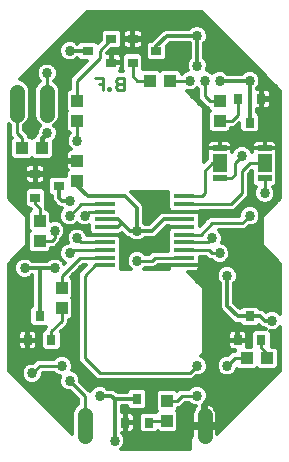
<source format=gbl>
G75*
G70*
%OFA0B0*%
%FSLAX24Y24*%
%IPPOS*%
%LPD*%
%AMOC8*
5,1,8,0,0,1.08239X$1,22.5*
%
%ADD10R,0.0315X0.0354*%
%ADD11R,0.0354X0.0315*%
%ADD12R,0.0709X0.0150*%
%ADD13R,0.0500X0.0600*%
%ADD14R,0.0500X0.0200*%
%ADD15R,0.0394X0.0433*%
%ADD16C,0.0090*%
%ADD17R,0.0433X0.0394*%
%ADD18C,0.0500*%
%ADD19C,0.0120*%
%ADD20C,0.0340*%
%ADD21C,0.0100*%
%ADD22C,0.0160*%
D10*
X012937Y005779D03*
X013725Y005779D03*
X013331Y006567D03*
X010475Y008529D03*
X009687Y008529D03*
X010081Y009317D03*
X016687Y008529D03*
X017475Y008529D03*
X017081Y009317D03*
X017081Y015779D03*
X017475Y016567D03*
X016687Y016567D03*
D11*
X013187Y017779D03*
X012475Y017779D03*
X011687Y018173D03*
X012475Y018567D03*
X013187Y018567D03*
X013975Y018173D03*
X009937Y014067D03*
X010725Y013673D03*
X009937Y013279D03*
D12*
X012262Y013324D03*
X012262Y013069D03*
X012262Y012813D03*
X012262Y012557D03*
X012262Y012301D03*
X012262Y012045D03*
X012262Y011789D03*
X012262Y011533D03*
X012262Y011277D03*
X012262Y011021D03*
X014900Y011021D03*
X014900Y011277D03*
X014900Y011533D03*
X014900Y011789D03*
X014900Y012045D03*
X014900Y012301D03*
X014900Y012557D03*
X014900Y012813D03*
X014900Y013069D03*
X014900Y013324D03*
D13*
X016081Y014423D03*
X017581Y014423D03*
D14*
X017581Y014923D03*
X016081Y014923D03*
X016081Y013923D03*
X017581Y013923D03*
D15*
X016081Y015838D03*
X016081Y016507D03*
X011331Y016507D03*
X011331Y015838D03*
X011331Y014507D03*
X011331Y013838D03*
X010081Y012507D03*
X010081Y011838D03*
X010831Y010257D03*
X010831Y009588D03*
X014331Y006507D03*
X014331Y005838D03*
D16*
X012886Y016868D02*
X012681Y016868D01*
X012613Y016936D01*
X012613Y017005D01*
X012681Y017073D01*
X012886Y017073D01*
X012681Y017073D02*
X012613Y017141D01*
X012613Y017210D01*
X012681Y017278D01*
X012886Y017278D01*
X012886Y016868D01*
X012426Y016868D02*
X012358Y016868D01*
X012358Y016936D01*
X012426Y016936D01*
X012426Y016868D01*
X012196Y016868D02*
X012196Y017278D01*
X011922Y017278D01*
X012059Y017073D02*
X012196Y017073D01*
D17*
X013746Y017173D03*
X014416Y017173D03*
X010166Y014923D03*
X009496Y014923D03*
X016996Y007923D03*
X017666Y007923D03*
D18*
X015581Y006023D02*
X015581Y005323D01*
X011581Y005323D02*
X011581Y006023D01*
X010331Y016048D02*
X010331Y016798D01*
X009331Y016798D02*
X009331Y016048D01*
D19*
X012878Y004975D02*
X012796Y004893D01*
X015111Y004893D01*
X015111Y005264D01*
X015171Y005324D01*
X015171Y005613D01*
X015521Y005613D01*
X015521Y005733D01*
X015521Y006373D01*
X015529Y006376D01*
X015628Y006475D01*
X015681Y006603D01*
X015681Y006742D01*
X015628Y006871D01*
X015529Y006970D01*
X015401Y007023D01*
X015261Y007023D01*
X015133Y006970D01*
X015066Y006903D01*
X014736Y006903D01*
X014670Y006837D01*
X014602Y006904D01*
X014060Y006904D01*
X013954Y006799D01*
X013954Y006216D01*
X013998Y006173D01*
X013959Y006134D01*
X013957Y006136D01*
X013493Y006136D01*
X013387Y006031D01*
X013387Y005527D01*
X013493Y005422D01*
X013957Y005422D01*
X014018Y005483D01*
X014060Y005442D01*
X014602Y005442D01*
X014708Y005547D01*
X014708Y006129D01*
X014664Y006173D01*
X014708Y006216D01*
X014708Y006277D01*
X014761Y006277D01*
X014926Y006443D01*
X015066Y006443D01*
X015133Y006376D01*
X015261Y006323D01*
X015301Y006323D01*
X015268Y006290D01*
X015230Y006238D01*
X015201Y006180D01*
X015181Y006119D01*
X015171Y006055D01*
X015171Y005733D01*
X015521Y005733D01*
X015641Y005733D01*
X015641Y006428D01*
X015677Y006423D01*
X015738Y006403D01*
X015796Y006373D01*
X015848Y006336D01*
X015894Y006290D01*
X015932Y006238D01*
X015961Y006180D01*
X015981Y006119D01*
X015991Y006055D01*
X015991Y005733D01*
X015641Y005733D01*
X015641Y005613D01*
X015991Y005613D01*
X015991Y005394D01*
X018111Y007514D01*
X018111Y008958D01*
X018029Y008876D01*
X017901Y008823D01*
X017770Y008823D01*
X017812Y008781D01*
X017812Y008300D01*
X017957Y008300D01*
X018062Y008194D01*
X018062Y007651D01*
X017957Y007546D01*
X017375Y007546D01*
X017331Y007590D01*
X017287Y007546D01*
X016705Y007546D01*
X016671Y007580D01*
X016628Y007475D01*
X016529Y007376D01*
X016401Y007323D01*
X016261Y007323D01*
X016133Y007376D01*
X016034Y007475D01*
X015981Y007603D01*
X015981Y007742D01*
X016034Y007871D01*
X016133Y007970D01*
X016261Y008023D01*
X016356Y008023D01*
X016486Y008153D01*
X016600Y008153D01*
X016600Y008192D01*
X016509Y008192D01*
X016468Y008203D01*
X016432Y008224D01*
X016402Y008254D01*
X016381Y008290D01*
X016370Y008331D01*
X016370Y008510D01*
X016669Y008510D01*
X016669Y008548D01*
X016669Y008866D01*
X016509Y008866D01*
X016468Y008855D01*
X016432Y008834D01*
X016402Y008805D01*
X016381Y008768D01*
X016370Y008727D01*
X016370Y008548D01*
X016669Y008548D01*
X016706Y008548D01*
X016706Y008866D01*
X016866Y008866D01*
X016907Y008855D01*
X016943Y008834D01*
X016973Y008805D01*
X016994Y008768D01*
X017005Y008727D01*
X017005Y008548D01*
X016706Y008548D01*
X016706Y008510D01*
X017005Y008510D01*
X017005Y008331D01*
X016996Y008300D01*
X017137Y008300D01*
X017137Y008781D01*
X017243Y008886D01*
X017623Y008886D01*
X017576Y008933D01*
X017533Y008933D01*
X017445Y008969D01*
X017384Y009030D01*
X017313Y008959D01*
X016849Y008959D01*
X016743Y009065D01*
X016743Y009077D01*
X016640Y009077D01*
X016551Y009113D01*
X016484Y009181D01*
X016128Y009537D01*
X016091Y009625D01*
X016091Y010418D01*
X016034Y010475D01*
X015981Y010603D01*
X015981Y010742D01*
X016034Y010871D01*
X016133Y010970D01*
X016261Y011023D01*
X016401Y011023D01*
X016529Y010970D01*
X016628Y010871D01*
X016681Y010742D01*
X016681Y010603D01*
X016628Y010475D01*
X016571Y010418D01*
X016571Y009772D01*
X016759Y009584D01*
X016849Y009674D01*
X017313Y009674D01*
X017418Y009568D01*
X017418Y009557D01*
X017485Y009557D01*
X017573Y009520D01*
X017628Y009465D01*
X017633Y009470D01*
X017761Y009523D01*
X017901Y009523D01*
X018029Y009470D01*
X018111Y009388D01*
X018111Y011082D01*
X017620Y011573D01*
X017491Y011702D01*
X017491Y012644D01*
X018111Y013264D01*
X018111Y016832D01*
X015490Y019453D01*
X011672Y019453D01*
X009438Y017219D01*
X009575Y017162D01*
X009696Y017041D01*
X009761Y016883D01*
X009761Y015962D01*
X009696Y015804D01*
X009575Y015683D01*
X009561Y015678D01*
X009561Y015518D01*
X009726Y015353D01*
X009726Y015300D01*
X009787Y015300D01*
X009831Y015256D01*
X009875Y015300D01*
X009906Y015300D01*
X009906Y015309D01*
X009945Y015405D01*
X009981Y015441D01*
X009981Y015492D01*
X010034Y015621D01*
X010094Y015681D01*
X010087Y015683D01*
X009966Y015804D01*
X009901Y015962D01*
X009901Y016883D01*
X009966Y017041D01*
X010087Y017162D01*
X010094Y017165D01*
X010034Y017225D01*
X009981Y017353D01*
X009981Y017492D01*
X010034Y017621D01*
X010133Y017720D01*
X010261Y017773D01*
X010401Y017773D01*
X010529Y017720D01*
X010628Y017621D01*
X010681Y017492D01*
X010681Y017353D01*
X010628Y017225D01*
X010568Y017165D01*
X010575Y017162D01*
X010696Y017041D01*
X010761Y016883D01*
X010761Y015962D01*
X010696Y015804D01*
X010575Y015683D01*
X010568Y015681D01*
X010628Y015621D01*
X010681Y015492D01*
X010681Y015353D01*
X010628Y015225D01*
X010562Y015159D01*
X010562Y014651D01*
X010457Y014546D01*
X009875Y014546D01*
X009831Y014590D01*
X009787Y014546D01*
X009205Y014546D01*
X009100Y014651D01*
X009100Y015194D01*
X009167Y015261D01*
X009101Y015328D01*
X009101Y015678D01*
X009087Y015683D01*
X009051Y015720D01*
X009051Y013264D01*
X009542Y012773D01*
X009671Y012644D01*
X009671Y011702D01*
X009051Y011082D01*
X009051Y007514D01*
X011151Y005414D01*
X011151Y006108D01*
X011216Y006266D01*
X011337Y006387D01*
X011351Y006393D01*
X011351Y006578D01*
X011106Y006823D01*
X011011Y006823D01*
X010883Y006876D01*
X010784Y006975D01*
X010731Y007103D01*
X010731Y007242D01*
X010764Y007323D01*
X010761Y007323D01*
X010633Y007376D01*
X010566Y007443D01*
X010181Y007443D01*
X010181Y007353D01*
X010128Y007225D01*
X010029Y007126D01*
X009901Y007073D01*
X009761Y007073D01*
X009633Y007126D01*
X009534Y007225D01*
X009481Y007353D01*
X009481Y007492D01*
X009534Y007621D01*
X009633Y007720D01*
X009761Y007773D01*
X009856Y007773D01*
X009986Y007903D01*
X010566Y007903D01*
X010633Y007970D01*
X010761Y008023D01*
X010901Y008023D01*
X011029Y007970D01*
X011128Y007871D01*
X011181Y007742D01*
X011181Y007603D01*
X011148Y007523D01*
X011151Y007523D01*
X011279Y007470D01*
X011378Y007371D01*
X011431Y007242D01*
X011431Y007148D01*
X011676Y006903D01*
X011762Y006817D01*
X011784Y006871D01*
X011883Y006970D01*
X012011Y007023D01*
X012151Y007023D01*
X012279Y006970D01*
X012336Y006913D01*
X012522Y006913D01*
X012611Y006876D01*
X012678Y006809D01*
X012680Y006807D01*
X012993Y006807D01*
X012993Y006818D01*
X013099Y006924D01*
X013563Y006924D01*
X013668Y006818D01*
X013668Y006315D01*
X013563Y006209D01*
X013099Y006209D01*
X012993Y006315D01*
X012993Y006327D01*
X012821Y006327D01*
X012821Y006116D01*
X012919Y006116D01*
X012919Y005798D01*
X012956Y005798D01*
X012956Y006116D01*
X013116Y006116D01*
X013157Y006105D01*
X013193Y006084D01*
X013223Y006055D01*
X013244Y006018D01*
X013255Y005977D01*
X013255Y005798D01*
X012956Y005798D01*
X012956Y005760D01*
X012956Y005442D01*
X013116Y005442D01*
X013157Y005453D01*
X013193Y005474D01*
X013223Y005504D01*
X013244Y005540D01*
X013255Y005581D01*
X013255Y005760D01*
X012956Y005760D01*
X012919Y005760D01*
X012919Y005442D01*
X012821Y005442D01*
X012821Y005428D01*
X012878Y005371D01*
X012931Y005242D01*
X012931Y005103D01*
X012878Y004975D01*
X012900Y005028D02*
X015111Y005028D01*
X015111Y004910D02*
X012813Y004910D01*
X012931Y005147D02*
X015111Y005147D01*
X015112Y005265D02*
X012921Y005265D01*
X012865Y005384D02*
X015171Y005384D01*
X015171Y005502D02*
X014663Y005502D01*
X014708Y005621D02*
X015521Y005621D01*
X015521Y005739D02*
X015641Y005739D01*
X015641Y005621D02*
X016218Y005621D01*
X016336Y005739D02*
X015991Y005739D01*
X015991Y005858D02*
X016455Y005858D01*
X016573Y005976D02*
X015991Y005976D01*
X015985Y006095D02*
X016692Y006095D01*
X016810Y006213D02*
X015944Y006213D01*
X015852Y006332D02*
X016929Y006332D01*
X017047Y006450D02*
X015603Y006450D01*
X015641Y006332D02*
X015521Y006332D01*
X015521Y006213D02*
X015641Y006213D01*
X015641Y006095D02*
X015521Y006095D01*
X015521Y005976D02*
X015641Y005976D01*
X015641Y005858D02*
X015521Y005858D01*
X015171Y005858D02*
X014708Y005858D01*
X014708Y005976D02*
X015171Y005976D01*
X015177Y006095D02*
X014708Y006095D01*
X014705Y006213D02*
X015218Y006213D01*
X015240Y006332D02*
X014815Y006332D01*
X013954Y006332D02*
X013668Y006332D01*
X013668Y006450D02*
X013954Y006450D01*
X013954Y006569D02*
X013668Y006569D01*
X013668Y006687D02*
X013954Y006687D01*
X013961Y006806D02*
X013668Y006806D01*
X013331Y006567D02*
X012581Y006567D01*
X012475Y006673D01*
X012081Y006673D01*
X012324Y006924D02*
X015088Y006924D01*
X015176Y007193D02*
X015306Y007323D01*
X015401Y007323D01*
X015529Y007376D01*
X015628Y007475D01*
X015681Y007603D01*
X015681Y007742D01*
X015628Y007871D01*
X015529Y007970D01*
X015465Y007996D01*
X015551Y008082D01*
X015551Y010264D01*
X015422Y010393D01*
X015028Y010786D01*
X015275Y010786D01*
X015316Y010797D01*
X015352Y010818D01*
X015382Y010848D01*
X015403Y010885D01*
X015414Y010925D01*
X015414Y011021D01*
X014900Y011021D01*
X014900Y011021D01*
X015414Y011021D01*
X015414Y011108D01*
X015434Y011128D01*
X015434Y011303D01*
X015625Y011303D01*
X015736Y011193D01*
X015816Y011193D01*
X015883Y011126D01*
X016011Y011073D01*
X016151Y011073D01*
X016279Y011126D01*
X016378Y011225D01*
X016431Y011353D01*
X016431Y011492D01*
X016378Y011621D01*
X016279Y011720D01*
X016151Y011773D01*
X016148Y011773D01*
X016181Y011853D01*
X016181Y011992D01*
X016128Y012121D01*
X016056Y012193D01*
X016926Y012193D01*
X017056Y012323D01*
X017151Y012323D01*
X017279Y012376D01*
X017378Y012475D01*
X017431Y012603D01*
X017431Y012742D01*
X017378Y012871D01*
X017279Y012970D01*
X017151Y013023D01*
X017011Y013023D01*
X016883Y012970D01*
X016784Y012871D01*
X016731Y012742D01*
X016731Y012653D01*
X015736Y012653D01*
X015601Y012518D01*
X015414Y012331D01*
X015414Y012387D01*
X015434Y012407D01*
X015434Y012706D01*
X015414Y012726D01*
X015414Y012813D01*
X015414Y012839D01*
X016572Y012839D01*
X016707Y012973D01*
X017061Y013328D01*
X017061Y014078D01*
X017151Y014168D01*
X017151Y013748D01*
X017256Y013643D01*
X017306Y013643D01*
X017284Y013621D01*
X017231Y013492D01*
X017231Y013353D01*
X017284Y013225D01*
X017383Y013126D01*
X017511Y013073D01*
X017651Y013073D01*
X017779Y013126D01*
X017878Y013225D01*
X017931Y013353D01*
X017931Y013492D01*
X017878Y013621D01*
X017856Y013643D01*
X017906Y013643D01*
X018011Y013748D01*
X018011Y014797D01*
X017991Y014817D01*
X017991Y014923D01*
X017991Y015044D01*
X017980Y015085D01*
X017959Y015121D01*
X017929Y015151D01*
X017893Y015172D01*
X017852Y015183D01*
X017581Y015183D01*
X017581Y014923D01*
X017581Y014923D01*
X017581Y015183D01*
X017310Y015183D01*
X017269Y015172D01*
X017233Y015151D01*
X017203Y015121D01*
X017182Y015085D01*
X017171Y015044D01*
X017171Y014923D01*
X017581Y014923D01*
X017991Y014923D01*
X017581Y014923D01*
X017581Y014923D01*
X017581Y014923D01*
X017171Y014923D01*
X017171Y014817D01*
X017156Y014803D01*
X017128Y014871D01*
X017029Y014970D01*
X016901Y015023D01*
X016761Y015023D01*
X016633Y014970D01*
X016534Y014871D01*
X016506Y014803D01*
X016491Y014817D01*
X016491Y014923D01*
X016491Y015044D01*
X016480Y015085D01*
X016459Y015121D01*
X016429Y015151D01*
X016393Y015172D01*
X016352Y015183D01*
X016081Y015183D01*
X016081Y014923D01*
X016081Y014923D01*
X016081Y015183D01*
X015810Y015183D01*
X015769Y015172D01*
X015733Y015151D01*
X015703Y015121D01*
X015682Y015085D01*
X015671Y015044D01*
X015671Y014923D01*
X016081Y014923D01*
X016491Y014923D01*
X016081Y014923D01*
X016081Y014923D01*
X016081Y014923D01*
X015671Y014923D01*
X015671Y014817D01*
X015651Y014797D01*
X015651Y014568D01*
X015551Y014468D01*
X015551Y016264D01*
X015422Y016393D01*
X014978Y016836D01*
X015011Y016823D01*
X015151Y016823D01*
X015279Y016876D01*
X015331Y016928D01*
X015351Y016908D01*
X015351Y016578D01*
X015486Y016443D01*
X015651Y016277D01*
X015704Y016277D01*
X015704Y016216D01*
X015748Y016173D01*
X015704Y016129D01*
X015704Y015547D01*
X015810Y015442D01*
X016352Y015442D01*
X016458Y015547D01*
X016458Y015608D01*
X016592Y015608D01*
X016743Y015760D01*
X016743Y015527D01*
X016849Y015422D01*
X017313Y015422D01*
X017418Y015527D01*
X017418Y016031D01*
X017321Y016128D01*
X017321Y016229D01*
X017456Y016229D01*
X017456Y016548D01*
X017493Y016548D01*
X017493Y016229D01*
X017653Y016229D01*
X017694Y016240D01*
X017730Y016261D01*
X017760Y016291D01*
X017781Y016328D01*
X017792Y016368D01*
X017792Y016548D01*
X017493Y016548D01*
X017493Y016585D01*
X017456Y016585D01*
X017456Y016904D01*
X017321Y016904D01*
X017321Y016918D01*
X017378Y016975D01*
X017431Y017103D01*
X017431Y017242D01*
X017378Y017371D01*
X017279Y017470D01*
X017151Y017523D01*
X017011Y017523D01*
X016883Y017470D01*
X016826Y017413D01*
X016336Y017413D01*
X016279Y017470D01*
X016151Y017523D01*
X016011Y017523D01*
X015883Y017470D01*
X015831Y017418D01*
X015779Y017470D01*
X015651Y017523D01*
X015648Y017523D01*
X015681Y017603D01*
X015681Y017742D01*
X015628Y017871D01*
X015571Y017928D01*
X015571Y018418D01*
X015628Y018475D01*
X015681Y018603D01*
X015681Y018742D01*
X015628Y018871D01*
X015529Y018970D01*
X015401Y019023D01*
X015261Y019023D01*
X015133Y018970D01*
X015076Y018913D01*
X014283Y018913D01*
X014195Y018876D01*
X014128Y018809D01*
X013829Y018510D01*
X013723Y018510D01*
X013618Y018405D01*
X013618Y017941D01*
X013723Y017835D01*
X014226Y017835D01*
X014332Y017941D01*
X014332Y018334D01*
X014430Y018433D01*
X015076Y018433D01*
X015091Y018418D01*
X015091Y017928D01*
X015034Y017871D01*
X014981Y017742D01*
X014981Y017603D01*
X015014Y017523D01*
X015011Y017523D01*
X014883Y017470D01*
X014816Y017403D01*
X014812Y017403D01*
X014812Y017444D01*
X014707Y017550D01*
X014125Y017550D01*
X014081Y017506D01*
X014037Y017550D01*
X013544Y017550D01*
X013544Y018011D01*
X013439Y018117D01*
X012936Y018117D01*
X012830Y018011D01*
X012830Y017547D01*
X012864Y017513D01*
X012769Y017513D01*
X012780Y017523D01*
X012801Y017560D01*
X012812Y017601D01*
X012812Y017760D01*
X012493Y017760D01*
X012493Y017798D01*
X012456Y017798D01*
X012456Y018097D01*
X012330Y018097D01*
X012462Y018229D01*
X012726Y018229D01*
X012832Y018334D01*
X012832Y018799D01*
X012726Y018904D01*
X012223Y018904D01*
X012118Y018799D01*
X012118Y018535D01*
X012016Y018433D01*
X011939Y018510D01*
X011436Y018510D01*
X011338Y018413D01*
X011336Y018413D01*
X011279Y018470D01*
X011151Y018523D01*
X011011Y018523D01*
X010883Y018470D01*
X010784Y018371D01*
X010731Y018242D01*
X010731Y018103D01*
X010784Y017975D01*
X010883Y017876D01*
X011011Y017823D01*
X011151Y017823D01*
X011279Y017876D01*
X011336Y017933D01*
X011338Y017933D01*
X011436Y017835D01*
X011668Y017835D01*
X011101Y017268D01*
X011101Y016904D01*
X011060Y016904D01*
X010954Y016799D01*
X010954Y016216D01*
X010998Y016173D01*
X010954Y016129D01*
X010954Y015547D01*
X011060Y015442D01*
X011101Y015442D01*
X011101Y015438D01*
X011034Y015371D01*
X010981Y015242D01*
X010981Y015103D01*
X011034Y014975D01*
X011125Y014884D01*
X011113Y014884D01*
X011072Y014873D01*
X011036Y014852D01*
X011006Y014822D01*
X010985Y014786D01*
X010974Y014745D01*
X010974Y014546D01*
X011293Y014546D01*
X011293Y014469D01*
X010974Y014469D01*
X010974Y014270D01*
X010985Y014229D01*
X011006Y014193D01*
X011012Y014187D01*
X010954Y014129D01*
X010954Y014010D01*
X010473Y014010D01*
X010368Y013905D01*
X010368Y013441D01*
X010473Y013335D01*
X010485Y013335D01*
X010485Y013231D01*
X010521Y013143D01*
X010695Y012969D01*
X010783Y012933D01*
X010826Y012933D01*
X010836Y012923D01*
X010784Y012871D01*
X010731Y012742D01*
X010731Y012603D01*
X010784Y012475D01*
X010883Y012376D01*
X011011Y012323D01*
X011151Y012323D01*
X011279Y012376D01*
X011331Y012428D01*
X011383Y012376D01*
X011511Y012323D01*
X011651Y012323D01*
X011728Y012355D01*
X011728Y012151D01*
X011748Y012131D01*
X011748Y012045D01*
X012262Y012045D01*
X012262Y012045D01*
X011748Y012045D01*
X011748Y012019D01*
X011670Y012019D01*
X011628Y012121D01*
X011529Y012220D01*
X011401Y012273D01*
X011261Y012273D01*
X011133Y012220D01*
X011034Y012121D01*
X010981Y011992D01*
X010981Y011853D01*
X011014Y011773D01*
X011011Y011773D01*
X010883Y011720D01*
X010784Y011621D01*
X010731Y011492D01*
X010731Y011353D01*
X010784Y011225D01*
X010883Y011126D01*
X010937Y011104D01*
X010900Y011067D01*
X010878Y011121D01*
X010779Y011220D01*
X010651Y011273D01*
X010511Y011273D01*
X010383Y011220D01*
X010326Y011163D01*
X009836Y011163D01*
X009779Y011220D01*
X009651Y011273D01*
X009511Y011273D01*
X009383Y011220D01*
X009284Y011121D01*
X009231Y010992D01*
X009231Y010853D01*
X009284Y010725D01*
X009383Y010626D01*
X009511Y010573D01*
X009651Y010573D01*
X009779Y010626D01*
X009836Y010683D01*
X009841Y010683D01*
X009841Y009666D01*
X009743Y009568D01*
X009743Y009065D01*
X009849Y008959D01*
X010292Y008959D01*
X010245Y008912D01*
X010245Y008886D01*
X010243Y008886D01*
X010137Y008781D01*
X010137Y008277D01*
X010243Y008172D01*
X010707Y008172D01*
X010812Y008277D01*
X010812Y008781D01*
X010788Y008805D01*
X010926Y008943D01*
X011061Y009078D01*
X011061Y009192D01*
X011102Y009192D01*
X011208Y009297D01*
X011208Y009879D01*
X011164Y009923D01*
X011208Y009966D01*
X011208Y010549D01*
X011120Y010636D01*
X011531Y011047D01*
X011630Y011047D01*
X011486Y010903D01*
X011351Y010768D01*
X011351Y007828D01*
X011851Y007328D01*
X011986Y007193D01*
X015176Y007193D01*
X015263Y007280D02*
X017877Y007280D01*
X017995Y007398D02*
X016551Y007398D01*
X016645Y007517D02*
X018111Y007517D01*
X018111Y007635D02*
X018046Y007635D01*
X018062Y007754D02*
X018111Y007754D01*
X018111Y007872D02*
X018062Y007872D01*
X018062Y007991D02*
X018111Y007991D01*
X018111Y008109D02*
X018062Y008109D01*
X018029Y008228D02*
X018111Y008228D01*
X018111Y008346D02*
X017812Y008346D01*
X017812Y008465D02*
X018111Y008465D01*
X018111Y008583D02*
X017812Y008583D01*
X017812Y008702D02*
X018111Y008702D01*
X018111Y008820D02*
X017773Y008820D01*
X017519Y008939D02*
X015551Y008939D01*
X015551Y009057D02*
X016751Y009057D01*
X016706Y008820D02*
X016669Y008820D01*
X016669Y008702D02*
X016706Y008702D01*
X016706Y008583D02*
X016669Y008583D01*
X016370Y008583D02*
X015551Y008583D01*
X015551Y008465D02*
X016370Y008465D01*
X016370Y008346D02*
X015551Y008346D01*
X015551Y008228D02*
X016428Y008228D01*
X016442Y008109D02*
X015551Y008109D01*
X015478Y007991D02*
X016184Y007991D01*
X016036Y007872D02*
X015626Y007872D01*
X015676Y007754D02*
X015986Y007754D01*
X015981Y007635D02*
X015681Y007635D01*
X015645Y007517D02*
X016017Y007517D01*
X016110Y007398D02*
X015551Y007398D01*
X015574Y006924D02*
X017521Y006924D01*
X017403Y006806D02*
X015655Y006806D01*
X015681Y006687D02*
X017284Y006687D01*
X017166Y006569D02*
X015667Y006569D01*
X013957Y006213D02*
X013567Y006213D01*
X013451Y006095D02*
X013175Y006095D01*
X013095Y006213D02*
X012821Y006213D01*
X012919Y006095D02*
X012956Y006095D01*
X012956Y005976D02*
X012919Y005976D01*
X012919Y005858D02*
X012956Y005858D01*
X012956Y005739D02*
X012919Y005739D01*
X012919Y005621D02*
X012956Y005621D01*
X012956Y005502D02*
X012919Y005502D01*
X013221Y005502D02*
X013412Y005502D01*
X013387Y005621D02*
X013255Y005621D01*
X013255Y005739D02*
X013387Y005739D01*
X013387Y005858D02*
X013255Y005858D01*
X013255Y005976D02*
X013387Y005976D01*
X012581Y005673D02*
X012581Y005173D01*
X012581Y006567D01*
X011838Y006924D02*
X011655Y006924D01*
X011536Y007043D02*
X017640Y007043D01*
X017758Y007161D02*
X011431Y007161D01*
X011415Y007280D02*
X011899Y007280D01*
X011780Y007398D02*
X011350Y007398D01*
X011165Y007517D02*
X011662Y007517D01*
X011543Y007635D02*
X011181Y007635D01*
X011176Y007754D02*
X011425Y007754D01*
X011351Y007872D02*
X011126Y007872D01*
X010978Y007991D02*
X011351Y007991D01*
X011351Y008109D02*
X009051Y008109D01*
X009051Y007991D02*
X010684Y007991D01*
X010763Y008228D02*
X011351Y008228D01*
X011351Y008346D02*
X010812Y008346D01*
X010812Y008465D02*
X011351Y008465D01*
X011351Y008583D02*
X010812Y008583D01*
X010812Y008702D02*
X011351Y008702D01*
X011351Y008820D02*
X010804Y008820D01*
X010922Y008939D02*
X011351Y008939D01*
X011351Y009057D02*
X011041Y009057D01*
X011061Y009176D02*
X011351Y009176D01*
X011351Y009294D02*
X011205Y009294D01*
X011208Y009413D02*
X011351Y009413D01*
X011351Y009531D02*
X011208Y009531D01*
X011208Y009650D02*
X011351Y009650D01*
X011351Y009768D02*
X011208Y009768D01*
X011200Y009887D02*
X011351Y009887D01*
X011351Y010005D02*
X011208Y010005D01*
X011208Y010124D02*
X011351Y010124D01*
X011351Y010242D02*
X011208Y010242D01*
X011208Y010361D02*
X011351Y010361D01*
X011351Y010479D02*
X011208Y010479D01*
X011159Y010598D02*
X011351Y010598D01*
X011351Y010716D02*
X011200Y010716D01*
X011318Y010835D02*
X011418Y010835D01*
X011437Y010953D02*
X011536Y010953D01*
X010905Y011072D02*
X010898Y011072D01*
X010818Y011190D02*
X010808Y011190D01*
X010749Y011309D02*
X009278Y011309D01*
X009354Y011190D02*
X009160Y011190D01*
X009264Y011072D02*
X009051Y011072D01*
X009051Y010953D02*
X009231Y010953D01*
X009239Y010835D02*
X009051Y010835D01*
X009051Y010716D02*
X009292Y010716D01*
X009451Y010598D02*
X009051Y010598D01*
X009051Y010479D02*
X009841Y010479D01*
X009841Y010361D02*
X009051Y010361D01*
X009051Y010242D02*
X009841Y010242D01*
X009841Y010124D02*
X009051Y010124D01*
X009051Y010005D02*
X009841Y010005D01*
X009841Y009887D02*
X009051Y009887D01*
X009051Y009768D02*
X009841Y009768D01*
X009825Y009650D02*
X009051Y009650D01*
X009051Y009531D02*
X009743Y009531D01*
X009743Y009413D02*
X009051Y009413D01*
X009051Y009294D02*
X009743Y009294D01*
X009743Y009176D02*
X009051Y009176D01*
X009051Y009057D02*
X009751Y009057D01*
X009706Y008866D02*
X009706Y008548D01*
X009669Y008548D01*
X009669Y008866D01*
X009509Y008866D01*
X009468Y008855D01*
X009432Y008834D01*
X009402Y008805D01*
X009381Y008768D01*
X009370Y008727D01*
X009370Y008548D01*
X009669Y008548D01*
X009669Y008510D01*
X009706Y008510D01*
X009706Y008192D01*
X009866Y008192D01*
X009907Y008203D01*
X009943Y008224D01*
X009973Y008254D01*
X009994Y008290D01*
X010005Y008331D01*
X010005Y008510D01*
X009706Y008510D01*
X009706Y008548D01*
X010005Y008548D01*
X010005Y008727D01*
X009994Y008768D01*
X009973Y008805D01*
X009943Y008834D01*
X009907Y008855D01*
X009866Y008866D01*
X009706Y008866D01*
X009706Y008820D02*
X009669Y008820D01*
X009669Y008702D02*
X009706Y008702D01*
X009706Y008583D02*
X009669Y008583D01*
X009669Y008510D02*
X009370Y008510D01*
X009370Y008331D01*
X009381Y008290D01*
X009402Y008254D01*
X009432Y008224D01*
X009468Y008203D01*
X009509Y008192D01*
X009669Y008192D01*
X009669Y008510D01*
X009669Y008465D02*
X009706Y008465D01*
X009706Y008346D02*
X009669Y008346D01*
X009669Y008228D02*
X009706Y008228D01*
X009947Y008228D02*
X010187Y008228D01*
X010137Y008346D02*
X010005Y008346D01*
X010005Y008465D02*
X010137Y008465D01*
X010137Y008583D02*
X010005Y008583D01*
X010005Y008702D02*
X010137Y008702D01*
X010177Y008820D02*
X009957Y008820D01*
X010272Y008939D02*
X009051Y008939D01*
X009051Y008820D02*
X009418Y008820D01*
X009370Y008702D02*
X009051Y008702D01*
X009051Y008583D02*
X009370Y008583D01*
X009370Y008465D02*
X009051Y008465D01*
X009051Y008346D02*
X009370Y008346D01*
X009428Y008228D02*
X009051Y008228D01*
X009051Y007872D02*
X009955Y007872D01*
X009715Y007754D02*
X009051Y007754D01*
X009051Y007635D02*
X009549Y007635D01*
X009491Y007517D02*
X009051Y007517D01*
X009167Y007398D02*
X009481Y007398D01*
X009511Y007280D02*
X009285Y007280D01*
X009404Y007161D02*
X009597Y007161D01*
X009522Y007043D02*
X010756Y007043D01*
X010731Y007161D02*
X010064Y007161D01*
X010151Y007280D02*
X010746Y007280D01*
X010610Y007398D02*
X010181Y007398D01*
X009641Y006924D02*
X010834Y006924D01*
X011123Y006806D02*
X009759Y006806D01*
X009878Y006687D02*
X011241Y006687D01*
X011351Y006569D02*
X009996Y006569D01*
X010115Y006450D02*
X011351Y006450D01*
X011282Y006332D02*
X010233Y006332D01*
X010352Y006213D02*
X011194Y006213D01*
X011151Y006095D02*
X010470Y006095D01*
X010589Y005976D02*
X011151Y005976D01*
X011151Y005858D02*
X010707Y005858D01*
X010826Y005739D02*
X011151Y005739D01*
X011151Y005621D02*
X010944Y005621D01*
X011063Y005502D02*
X011151Y005502D01*
X014708Y005739D02*
X015171Y005739D01*
X015991Y005502D02*
X016099Y005502D01*
X017005Y008346D02*
X017137Y008346D01*
X017137Y008465D02*
X017005Y008465D01*
X017005Y008583D02*
X017137Y008583D01*
X017137Y008702D02*
X017005Y008702D01*
X016957Y008820D02*
X017177Y008820D01*
X018092Y008939D02*
X018111Y008939D01*
X017831Y009173D02*
X017581Y009173D01*
X017437Y009317D01*
X017081Y009317D01*
X016687Y009317D01*
X016331Y009673D01*
X016331Y010673D01*
X016643Y010835D02*
X018111Y010835D01*
X018111Y010953D02*
X016545Y010953D01*
X016681Y010716D02*
X018111Y010716D01*
X018111Y010598D02*
X016679Y010598D01*
X016630Y010479D02*
X018111Y010479D01*
X018111Y010361D02*
X016571Y010361D01*
X016571Y010242D02*
X018111Y010242D01*
X018111Y010124D02*
X016571Y010124D01*
X016571Y010005D02*
X018111Y010005D01*
X018111Y009887D02*
X016571Y009887D01*
X016575Y009768D02*
X018111Y009768D01*
X018111Y009650D02*
X017337Y009650D01*
X017546Y009531D02*
X018111Y009531D01*
X018111Y009413D02*
X018086Y009413D01*
X016825Y009650D02*
X016693Y009650D01*
X016252Y009413D02*
X015551Y009413D01*
X015551Y009531D02*
X016133Y009531D01*
X016091Y009650D02*
X015551Y009650D01*
X015551Y009768D02*
X016091Y009768D01*
X016091Y009887D02*
X015551Y009887D01*
X015551Y010005D02*
X016091Y010005D01*
X016091Y010124D02*
X015551Y010124D01*
X015551Y010242D02*
X016091Y010242D01*
X016091Y010361D02*
X015454Y010361D01*
X015336Y010479D02*
X016032Y010479D01*
X015983Y010598D02*
X015217Y010598D01*
X015099Y010716D02*
X015981Y010716D01*
X016019Y010835D02*
X015369Y010835D01*
X015414Y010953D02*
X016117Y010953D01*
X016343Y011190D02*
X018002Y011190D01*
X018111Y011072D02*
X015414Y011072D01*
X015434Y011190D02*
X015818Y011190D01*
X016413Y011309D02*
X017884Y011309D01*
X017765Y011427D02*
X016431Y011427D01*
X016409Y011546D02*
X017647Y011546D01*
X017528Y011664D02*
X016334Y011664D01*
X016152Y011783D02*
X017491Y011783D01*
X017491Y011901D02*
X016181Y011901D01*
X016170Y012020D02*
X017491Y012020D01*
X017491Y012138D02*
X016110Y012138D01*
X016990Y012257D02*
X017491Y012257D01*
X017491Y012375D02*
X017277Y012375D01*
X017386Y012494D02*
X017491Y012494D01*
X017491Y012612D02*
X017431Y012612D01*
X017431Y012731D02*
X017578Y012731D01*
X017696Y012849D02*
X017387Y012849D01*
X017281Y012968D02*
X017815Y012968D01*
X017933Y013086D02*
X017683Y013086D01*
X017479Y013086D02*
X016820Y013086D01*
X016881Y012968D02*
X016701Y012968D01*
X016775Y012849D02*
X016583Y012849D01*
X016731Y012731D02*
X015414Y012731D01*
X015414Y012813D02*
X014900Y012813D01*
X015414Y012813D01*
X015434Y012612D02*
X015695Y012612D01*
X015577Y012494D02*
X015434Y012494D01*
X015414Y012375D02*
X015458Y012375D01*
X014900Y012301D02*
X014900Y012301D01*
X014386Y012301D01*
X014386Y012317D01*
X014314Y012317D01*
X013967Y011969D01*
X013879Y011933D01*
X013586Y011933D01*
X013529Y011876D01*
X013401Y011823D01*
X013261Y011823D01*
X013133Y011876D01*
X013076Y011933D01*
X013033Y011933D01*
X012945Y011969D01*
X012825Y012089D01*
X012776Y012069D01*
X012776Y012045D01*
X012262Y012045D01*
X012262Y012045D01*
X012776Y012045D01*
X012776Y011958D01*
X012796Y011938D01*
X012796Y010893D01*
X013116Y010893D01*
X013034Y010975D01*
X012981Y011103D01*
X012981Y011242D01*
X013034Y011371D01*
X013133Y011470D01*
X013261Y011523D01*
X013401Y011523D01*
X013529Y011470D01*
X013596Y011403D01*
X013736Y011403D01*
X013840Y011507D01*
X014366Y011507D01*
X014366Y012194D01*
X014386Y012214D01*
X014386Y012301D01*
X014900Y012301D01*
X014900Y012557D02*
X014215Y012557D01*
X013831Y012173D01*
X013331Y012173D01*
X013331Y012923D01*
X012929Y013324D01*
X012262Y013324D01*
X011679Y013324D01*
X011331Y013673D01*
X011331Y013838D01*
X010954Y014034D02*
X010274Y014034D01*
X010274Y014048D02*
X009956Y014048D01*
X009956Y014085D01*
X010274Y014085D01*
X010274Y014245D01*
X010264Y014286D01*
X010242Y014322D01*
X010213Y014352D01*
X010176Y014373D01*
X010135Y014384D01*
X009956Y014384D01*
X009956Y014085D01*
X009919Y014085D01*
X009919Y014384D01*
X009739Y014384D01*
X009698Y014373D01*
X009662Y014352D01*
X009632Y014322D01*
X009611Y014286D01*
X009600Y014245D01*
X009600Y014085D01*
X009919Y014085D01*
X009919Y014048D01*
X009956Y014048D01*
X009956Y013749D01*
X010135Y013749D01*
X010176Y013760D01*
X010213Y013781D01*
X010242Y013811D01*
X010264Y013847D01*
X010274Y013888D01*
X010274Y014048D01*
X010274Y014153D02*
X010978Y014153D01*
X010974Y014271D02*
X010267Y014271D01*
X009956Y014271D02*
X009919Y014271D01*
X009919Y014153D02*
X009956Y014153D01*
X009919Y014048D02*
X009600Y014048D01*
X009600Y013888D01*
X009611Y013847D01*
X009632Y013811D01*
X009662Y013781D01*
X009698Y013760D01*
X009739Y013749D01*
X009919Y013749D01*
X009919Y014048D01*
X009919Y014034D02*
X009956Y014034D01*
X009956Y013916D02*
X009919Y013916D01*
X009919Y013797D02*
X009956Y013797D01*
X010229Y013797D02*
X010368Y013797D01*
X010368Y013679D02*
X009051Y013679D01*
X009051Y013797D02*
X009646Y013797D01*
X009600Y013916D02*
X009051Y013916D01*
X009051Y014034D02*
X009600Y014034D01*
X009600Y014153D02*
X009051Y014153D01*
X009051Y014271D02*
X009607Y014271D01*
X009051Y014390D02*
X010974Y014390D01*
X010974Y014627D02*
X010538Y014627D01*
X010562Y014745D02*
X010974Y014745D01*
X011056Y014864D02*
X010562Y014864D01*
X010562Y014982D02*
X011031Y014982D01*
X010982Y015101D02*
X010562Y015101D01*
X010622Y015219D02*
X010981Y015219D01*
X011020Y015338D02*
X010675Y015338D01*
X010681Y015456D02*
X011045Y015456D01*
X010954Y015575D02*
X010647Y015575D01*
X010585Y015693D02*
X010954Y015693D01*
X010954Y015812D02*
X010699Y015812D01*
X010748Y015930D02*
X010954Y015930D01*
X010954Y016049D02*
X010761Y016049D01*
X010761Y016167D02*
X010992Y016167D01*
X010954Y016286D02*
X010761Y016286D01*
X010761Y016404D02*
X010954Y016404D01*
X010954Y016523D02*
X010761Y016523D01*
X010761Y016641D02*
X010954Y016641D01*
X010954Y016760D02*
X010761Y016760D01*
X010761Y016878D02*
X011034Y016878D01*
X011101Y016997D02*
X010714Y016997D01*
X010622Y017115D02*
X011101Y017115D01*
X011101Y017234D02*
X010632Y017234D01*
X010681Y017352D02*
X011185Y017352D01*
X011304Y017471D02*
X010681Y017471D01*
X010641Y017589D02*
X011422Y017589D01*
X011541Y017708D02*
X010541Y017708D01*
X010814Y017945D02*
X010164Y017945D01*
X010283Y018063D02*
X010747Y018063D01*
X010731Y018182D02*
X010401Y018182D01*
X010520Y018300D02*
X010755Y018300D01*
X010832Y018419D02*
X010638Y018419D01*
X010757Y018537D02*
X012118Y018537D01*
X012118Y018656D02*
X010875Y018656D01*
X010994Y018774D02*
X012118Y018774D01*
X012212Y018893D02*
X011112Y018893D01*
X011231Y019011D02*
X015234Y019011D01*
X015428Y019011D02*
X015931Y019011D01*
X016050Y018893D02*
X015606Y018893D01*
X015668Y018774D02*
X016168Y018774D01*
X016287Y018656D02*
X015681Y018656D01*
X015654Y018537D02*
X016405Y018537D01*
X016524Y018419D02*
X015572Y018419D01*
X015571Y018300D02*
X016642Y018300D01*
X016761Y018182D02*
X015571Y018182D01*
X015571Y018063D02*
X016879Y018063D01*
X016998Y017945D02*
X015571Y017945D01*
X015646Y017826D02*
X017116Y017826D01*
X017235Y017708D02*
X015681Y017708D01*
X015675Y017589D02*
X017353Y017589D01*
X017276Y017471D02*
X017472Y017471D01*
X017385Y017352D02*
X017590Y017352D01*
X017709Y017234D02*
X017431Y017234D01*
X017431Y017115D02*
X017827Y017115D01*
X017946Y016997D02*
X017387Y016997D01*
X017456Y016878D02*
X017493Y016878D01*
X017493Y016904D02*
X017493Y016585D01*
X017792Y016585D01*
X017792Y016765D01*
X017781Y016805D01*
X017760Y016842D01*
X017730Y016872D01*
X017694Y016893D01*
X017653Y016904D01*
X017493Y016904D01*
X017493Y016760D02*
X017456Y016760D01*
X017456Y016641D02*
X017493Y016641D01*
X017493Y016523D02*
X017456Y016523D01*
X017456Y016404D02*
X017493Y016404D01*
X017493Y016286D02*
X017456Y016286D01*
X017321Y016167D02*
X018111Y016167D01*
X018111Y016049D02*
X017400Y016049D01*
X017418Y015930D02*
X018111Y015930D01*
X018111Y015812D02*
X017418Y015812D01*
X017418Y015693D02*
X018111Y015693D01*
X018111Y015575D02*
X017418Y015575D01*
X017347Y015456D02*
X018111Y015456D01*
X018111Y015338D02*
X015551Y015338D01*
X015551Y015456D02*
X015795Y015456D01*
X015704Y015575D02*
X015551Y015575D01*
X015551Y015693D02*
X015704Y015693D01*
X015704Y015812D02*
X015551Y015812D01*
X015551Y015930D02*
X015704Y015930D01*
X015704Y016049D02*
X015551Y016049D01*
X015551Y016167D02*
X015742Y016167D01*
X015643Y016286D02*
X015529Y016286D01*
X015524Y016404D02*
X015411Y016404D01*
X015406Y016523D02*
X015292Y016523D01*
X015351Y016641D02*
X015174Y016641D01*
X015055Y016760D02*
X015351Y016760D01*
X015351Y016878D02*
X015281Y016878D01*
X016081Y017173D02*
X017081Y017173D01*
X017081Y015779D01*
X016743Y015693D02*
X016677Y015693D01*
X016743Y015575D02*
X016458Y015575D01*
X016367Y015456D02*
X016815Y015456D01*
X016471Y015101D02*
X017191Y015101D01*
X017171Y014982D02*
X016998Y014982D01*
X017131Y014864D02*
X017171Y014864D01*
X017581Y014982D02*
X017581Y014982D01*
X017581Y015101D02*
X017581Y015101D01*
X017971Y015101D02*
X018111Y015101D01*
X018111Y015219D02*
X015551Y015219D01*
X015551Y015101D02*
X015691Y015101D01*
X015671Y014982D02*
X015551Y014982D01*
X015551Y014864D02*
X015671Y014864D01*
X015651Y014745D02*
X015551Y014745D01*
X015551Y014627D02*
X015651Y014627D01*
X015591Y014508D02*
X015551Y014508D01*
X016491Y014864D02*
X016531Y014864D01*
X016491Y014982D02*
X016664Y014982D01*
X016081Y014982D02*
X016081Y014982D01*
X016081Y015101D02*
X016081Y015101D01*
X017991Y014982D02*
X018111Y014982D01*
X018111Y014864D02*
X017991Y014864D01*
X018011Y014745D02*
X018111Y014745D01*
X018111Y014627D02*
X018011Y014627D01*
X018011Y014508D02*
X018111Y014508D01*
X018111Y014390D02*
X018011Y014390D01*
X018011Y014271D02*
X018111Y014271D01*
X018111Y014153D02*
X018011Y014153D01*
X018011Y014034D02*
X018111Y014034D01*
X018111Y013916D02*
X018011Y013916D01*
X018011Y013797D02*
X018111Y013797D01*
X018111Y013679D02*
X017942Y013679D01*
X017903Y013560D02*
X018111Y013560D01*
X018111Y013442D02*
X017931Y013442D01*
X017919Y013323D02*
X018111Y013323D01*
X018052Y013205D02*
X017858Y013205D01*
X017304Y013205D02*
X016938Y013205D01*
X017057Y013323D02*
X017243Y013323D01*
X017231Y013442D02*
X017061Y013442D01*
X017061Y013560D02*
X017259Y013560D01*
X017220Y013679D02*
X017061Y013679D01*
X017061Y013797D02*
X017151Y013797D01*
X017151Y013916D02*
X017061Y013916D01*
X017061Y014034D02*
X017151Y014034D01*
X017136Y014153D02*
X017151Y014153D01*
X014366Y013453D02*
X014366Y012919D01*
X014386Y012899D01*
X014386Y012813D01*
X014900Y012813D01*
X014900Y012813D01*
X014900Y012813D01*
X014386Y012813D01*
X014386Y012797D01*
X014167Y012797D01*
X014079Y012760D01*
X013732Y012413D01*
X013586Y012413D01*
X013571Y012428D01*
X013571Y012971D01*
X013534Y013059D01*
X013467Y013126D01*
X013140Y013453D01*
X014366Y013453D01*
X014366Y013442D02*
X013151Y013442D01*
X013270Y013323D02*
X014366Y013323D01*
X014366Y013205D02*
X013388Y013205D01*
X013507Y013086D02*
X014366Y013086D01*
X014366Y012968D02*
X013571Y012968D01*
X013571Y012849D02*
X014386Y012849D01*
X014050Y012731D02*
X013571Y012731D01*
X013571Y012612D02*
X013931Y012612D01*
X013813Y012494D02*
X013571Y012494D01*
X013081Y012173D02*
X012831Y012423D01*
X012709Y012301D01*
X012262Y012301D01*
X012262Y012557D02*
X012697Y012557D01*
X012831Y012423D01*
X013081Y012173D02*
X013331Y012173D01*
X013554Y011901D02*
X014366Y011901D01*
X014366Y011783D02*
X012796Y011783D01*
X012796Y011901D02*
X013107Y011901D01*
X012895Y012020D02*
X012776Y012020D01*
X012796Y011664D02*
X014366Y011664D01*
X014366Y011546D02*
X012796Y011546D01*
X012796Y011427D02*
X013091Y011427D01*
X013008Y011309D02*
X012796Y011309D01*
X012796Y011190D02*
X012981Y011190D01*
X012994Y011072D02*
X012796Y011072D01*
X012796Y010953D02*
X013055Y010953D01*
X013546Y010893D02*
X013596Y010943D01*
X013926Y010943D01*
X014031Y011047D01*
X014386Y011047D01*
X014386Y011021D01*
X014386Y010925D01*
X014394Y010893D01*
X013546Y010893D01*
X013937Y010953D02*
X014386Y010953D01*
X014386Y011021D02*
X014900Y011021D01*
X014900Y011021D01*
X014386Y011021D01*
X013760Y011427D02*
X013571Y011427D01*
X014017Y012020D02*
X014366Y012020D01*
X014366Y012138D02*
X014136Y012138D01*
X014254Y012257D02*
X014386Y012257D01*
X011741Y012138D02*
X011610Y012138D01*
X011670Y012020D02*
X011748Y012020D01*
X011052Y012138D02*
X010931Y012138D01*
X010931Y012103D02*
X010931Y012242D01*
X010878Y012371D01*
X010779Y012470D01*
X010651Y012523D01*
X010511Y012523D01*
X010458Y012501D01*
X010458Y012799D01*
X010352Y012904D01*
X010311Y012904D01*
X010311Y013018D01*
X010288Y013041D01*
X010294Y013047D01*
X010294Y013511D01*
X010189Y013617D01*
X009686Y013617D01*
X009580Y013511D01*
X009580Y013047D01*
X009686Y012942D01*
X009737Y012942D01*
X009792Y012886D01*
X009704Y012799D01*
X009704Y012216D01*
X009748Y012173D01*
X009704Y012129D01*
X009704Y011547D01*
X009810Y011442D01*
X010352Y011442D01*
X010458Y011547D01*
X010458Y011608D01*
X010592Y011608D01*
X010811Y011828D01*
X010811Y011908D01*
X010878Y011975D01*
X010931Y012103D01*
X010896Y012020D02*
X010992Y012020D01*
X010981Y011901D02*
X010811Y011901D01*
X010766Y011783D02*
X011010Y011783D01*
X010828Y011664D02*
X010648Y011664D01*
X010753Y011546D02*
X010457Y011546D01*
X010731Y011427D02*
X009397Y011427D01*
X009515Y011546D02*
X009705Y011546D01*
X009704Y011664D02*
X009634Y011664D01*
X009671Y011783D02*
X009704Y011783D01*
X009704Y011901D02*
X009671Y011901D01*
X009671Y012020D02*
X009704Y012020D01*
X009713Y012138D02*
X009671Y012138D01*
X009671Y012257D02*
X009704Y012257D01*
X009704Y012375D02*
X009671Y012375D01*
X009671Y012494D02*
X009704Y012494D01*
X009704Y012612D02*
X009671Y012612D01*
X009704Y012731D02*
X009584Y012731D01*
X009466Y012849D02*
X009755Y012849D01*
X009659Y012968D02*
X009347Y012968D01*
X009229Y013086D02*
X009580Y013086D01*
X009580Y013205D02*
X009110Y013205D01*
X009051Y013323D02*
X009580Y013323D01*
X009580Y013442D02*
X009051Y013442D01*
X009051Y013560D02*
X009629Y013560D01*
X010245Y013560D02*
X010368Y013560D01*
X010368Y013442D02*
X010294Y013442D01*
X010294Y013323D02*
X010485Y013323D01*
X010496Y013205D02*
X010294Y013205D01*
X010294Y013086D02*
X010578Y013086D01*
X010699Y012968D02*
X010311Y012968D01*
X010407Y012849D02*
X010775Y012849D01*
X010731Y012731D02*
X010458Y012731D01*
X010458Y012612D02*
X010731Y012612D01*
X010721Y012494D02*
X010776Y012494D01*
X010873Y012375D02*
X010885Y012375D01*
X010925Y012257D02*
X011223Y012257D01*
X011277Y012375D02*
X011385Y012375D01*
X011439Y012257D02*
X011728Y012257D01*
X011081Y013173D02*
X010831Y013173D01*
X010725Y013279D01*
X010725Y013673D01*
X010378Y013916D02*
X010274Y013916D01*
X011293Y014508D02*
X009051Y014508D01*
X009051Y014627D02*
X009124Y014627D01*
X009100Y014745D02*
X009051Y014745D01*
X009051Y014864D02*
X009100Y014864D01*
X009100Y014982D02*
X009051Y014982D01*
X009051Y015101D02*
X009100Y015101D01*
X009125Y015219D02*
X009051Y015219D01*
X009051Y015338D02*
X009101Y015338D01*
X009101Y015456D02*
X009051Y015456D01*
X009051Y015575D02*
X009101Y015575D01*
X009077Y015693D02*
X009051Y015693D01*
X009561Y015575D02*
X010015Y015575D01*
X009981Y015456D02*
X009623Y015456D01*
X009726Y015338D02*
X009917Y015338D01*
X010077Y015693D02*
X009585Y015693D01*
X009699Y015812D02*
X009963Y015812D01*
X009914Y015930D02*
X009748Y015930D01*
X009761Y016049D02*
X009901Y016049D01*
X009901Y016167D02*
X009761Y016167D01*
X009761Y016286D02*
X009901Y016286D01*
X009901Y016404D02*
X009761Y016404D01*
X009761Y016523D02*
X009901Y016523D01*
X009901Y016641D02*
X009761Y016641D01*
X009761Y016760D02*
X009901Y016760D01*
X009901Y016878D02*
X009761Y016878D01*
X009714Y016997D02*
X009948Y016997D01*
X010040Y017115D02*
X009622Y017115D01*
X009453Y017234D02*
X010030Y017234D01*
X009981Y017352D02*
X009572Y017352D01*
X009690Y017471D02*
X009981Y017471D01*
X010021Y017589D02*
X009809Y017589D01*
X009927Y017708D02*
X010121Y017708D01*
X010046Y017826D02*
X011003Y017826D01*
X011159Y017826D02*
X011659Y017826D01*
X012456Y017826D02*
X012493Y017826D01*
X012493Y017798D02*
X012493Y018097D01*
X012673Y018097D01*
X012714Y018086D01*
X012750Y018065D01*
X012780Y018035D01*
X012801Y017998D01*
X012812Y017958D01*
X012812Y017798D01*
X012493Y017798D01*
X012493Y017945D02*
X012456Y017945D01*
X012456Y018063D02*
X012493Y018063D01*
X012415Y018182D02*
X013618Y018182D01*
X013618Y018300D02*
X013482Y018300D01*
X013492Y018311D02*
X013514Y018347D01*
X013524Y018388D01*
X013524Y018548D01*
X013206Y018548D01*
X013206Y018585D01*
X013524Y018585D01*
X013524Y018745D01*
X013514Y018786D01*
X013492Y018822D01*
X013463Y018852D01*
X013426Y018873D01*
X013385Y018884D01*
X013206Y018884D01*
X013206Y018585D01*
X013169Y018585D01*
X013169Y018884D01*
X012989Y018884D01*
X012948Y018873D01*
X012912Y018852D01*
X012882Y018822D01*
X012861Y018786D01*
X012850Y018745D01*
X012850Y018585D01*
X013169Y018585D01*
X013169Y018548D01*
X013206Y018548D01*
X013206Y018249D01*
X013385Y018249D01*
X013426Y018260D01*
X013463Y018281D01*
X013492Y018311D01*
X013524Y018419D02*
X013631Y018419D01*
X013524Y018537D02*
X013856Y018537D01*
X013975Y018656D02*
X013524Y018656D01*
X013517Y018774D02*
X014093Y018774D01*
X014235Y018893D02*
X012738Y018893D01*
X012832Y018774D02*
X012858Y018774D01*
X012850Y018656D02*
X012832Y018656D01*
X012850Y018548D02*
X012850Y018388D01*
X012861Y018347D01*
X012882Y018311D01*
X012912Y018281D01*
X012948Y018260D01*
X012989Y018249D01*
X013169Y018249D01*
X013169Y018548D01*
X012850Y018548D01*
X012850Y018537D02*
X012832Y018537D01*
X012832Y018419D02*
X012850Y018419D01*
X012893Y018300D02*
X012798Y018300D01*
X013169Y018300D02*
X013206Y018300D01*
X013206Y018419D02*
X013169Y018419D01*
X013169Y018537D02*
X013206Y018537D01*
X013206Y018656D02*
X013169Y018656D01*
X013169Y018774D02*
X013206Y018774D01*
X013975Y018317D02*
X014331Y018673D01*
X015331Y018673D01*
X015331Y017673D01*
X015016Y017826D02*
X013544Y017826D01*
X013544Y017708D02*
X014981Y017708D01*
X014987Y017589D02*
X013544Y017589D01*
X012830Y017589D02*
X012809Y017589D01*
X012812Y017708D02*
X012830Y017708D01*
X012830Y017826D02*
X012812Y017826D01*
X012812Y017945D02*
X012830Y017945D01*
X012882Y018063D02*
X012751Y018063D01*
X013492Y018063D02*
X013618Y018063D01*
X013618Y017945D02*
X013544Y017945D01*
X013975Y018173D02*
X013975Y018317D01*
X014332Y018300D02*
X015091Y018300D01*
X015091Y018182D02*
X014332Y018182D01*
X014332Y018063D02*
X015091Y018063D01*
X015091Y017945D02*
X014332Y017945D01*
X014416Y018419D02*
X015090Y018419D01*
X014886Y017471D02*
X014786Y017471D01*
X015776Y017471D02*
X015886Y017471D01*
X016276Y017471D02*
X016886Y017471D01*
X017719Y016878D02*
X018064Y016878D01*
X018111Y016760D02*
X017792Y016760D01*
X017792Y016641D02*
X018111Y016641D01*
X018111Y016523D02*
X017792Y016523D01*
X017792Y016404D02*
X018111Y016404D01*
X018111Y016286D02*
X017755Y016286D01*
X011687Y018173D02*
X011081Y018173D01*
X011330Y018419D02*
X011344Y018419D01*
X011349Y019130D02*
X015813Y019130D01*
X015694Y019248D02*
X011468Y019248D01*
X011586Y019367D02*
X015576Y019367D01*
X010354Y011190D02*
X009808Y011190D01*
X009581Y010923D02*
X010081Y010923D01*
X010081Y009317D01*
X009841Y010598D02*
X009711Y010598D01*
X010081Y010923D02*
X010581Y010923D01*
X015551Y009294D02*
X016370Y009294D01*
X016489Y009176D02*
X015551Y009176D01*
X015551Y008820D02*
X016418Y008820D01*
X016370Y008702D02*
X015551Y008702D01*
D20*
X017831Y009173D03*
X016331Y010673D03*
X016081Y011423D03*
X015831Y011923D03*
X017081Y012673D03*
X017581Y013423D03*
X016831Y014673D03*
X011331Y015173D03*
X010331Y015423D03*
X010331Y017423D03*
X011081Y018173D03*
X015081Y017173D03*
X015581Y017173D03*
X016081Y017173D03*
X017081Y017173D03*
X015331Y017673D03*
X015331Y018673D03*
X011081Y013173D03*
X011081Y012673D03*
X011581Y012673D03*
X010581Y012173D03*
X011331Y011923D03*
X011081Y011423D03*
X010581Y010923D03*
X009581Y010923D03*
X013331Y011173D03*
X013331Y012173D03*
X015331Y007673D03*
X016331Y007673D03*
X015331Y006673D03*
X012081Y006673D03*
X011081Y007173D03*
X010831Y007673D03*
X009831Y007423D03*
X012581Y005173D03*
D21*
X011581Y005673D02*
X011581Y006673D01*
X011081Y007173D01*
X011581Y007923D02*
X012081Y007423D01*
X015081Y007423D01*
X015331Y007673D01*
X016331Y007673D02*
X016581Y007923D01*
X016996Y007923D01*
X017475Y008279D02*
X017666Y008088D01*
X017666Y007923D01*
X017475Y008279D02*
X017475Y008529D01*
X015331Y006673D02*
X014831Y006673D01*
X014666Y006507D01*
X014331Y006507D01*
X014331Y005838D02*
X013725Y005838D01*
X013725Y005779D01*
X010081Y007673D02*
X009831Y007423D01*
X010081Y007673D02*
X010831Y007673D01*
X011581Y007923D02*
X011581Y010673D01*
X011929Y011021D01*
X012262Y011021D01*
X012262Y011277D02*
X011435Y011277D01*
X010831Y010673D01*
X010831Y010257D01*
X010831Y009588D02*
X010831Y009173D01*
X010475Y008817D01*
X010475Y008529D01*
X013331Y011173D02*
X013831Y011173D01*
X013935Y011277D01*
X014900Y011277D01*
X014900Y011533D02*
X015721Y011533D01*
X015831Y011423D01*
X016081Y011423D01*
X015697Y011789D02*
X015831Y011923D01*
X015697Y011789D02*
X014900Y011789D01*
X014900Y012045D02*
X015453Y012045D01*
X015831Y012423D01*
X016831Y012423D01*
X017081Y012673D01*
X016477Y013069D02*
X014900Y013069D01*
X014900Y013324D02*
X015483Y013324D01*
X015581Y013423D01*
X015581Y014173D01*
X015831Y014423D01*
X016081Y014423D01*
X016581Y014423D02*
X016831Y014673D01*
X017081Y014423D02*
X016831Y014173D01*
X016831Y013423D01*
X016477Y013069D01*
X017581Y013423D02*
X017581Y013923D01*
X016581Y014048D02*
X016581Y014423D01*
X017081Y014423D02*
X017581Y014423D01*
X016581Y014048D02*
X016456Y013923D01*
X016081Y013923D01*
X012262Y013069D02*
X011477Y013069D01*
X011081Y012673D01*
X011581Y012673D02*
X011721Y012813D01*
X012262Y012813D01*
X010581Y012173D02*
X010581Y011923D01*
X010496Y011838D01*
X010081Y011838D01*
X011081Y011423D02*
X011191Y011533D01*
X012262Y011533D01*
X012262Y011789D02*
X011465Y011789D01*
X011331Y011923D01*
X010081Y012507D02*
X010081Y012923D01*
X009937Y013067D01*
X009937Y013279D01*
X009496Y014923D02*
X009496Y015257D01*
X009331Y015423D01*
X009331Y016423D01*
X010331Y016423D02*
X010331Y017423D01*
X011331Y017173D02*
X012081Y017923D01*
X012081Y018173D01*
X012475Y018567D01*
X013187Y017779D02*
X013187Y017317D01*
X013331Y017173D01*
X013746Y017173D01*
X014416Y017173D02*
X015081Y017173D01*
X015581Y017173D02*
X015581Y016673D01*
X015746Y016507D01*
X016081Y016507D01*
X016687Y016567D02*
X016687Y016029D01*
X016496Y015838D01*
X016081Y015838D01*
X011331Y015838D02*
X011331Y015173D01*
X011331Y016507D02*
X011331Y017173D01*
D22*
X010331Y015423D02*
X010166Y015257D01*
X010166Y014923D01*
M02*

</source>
